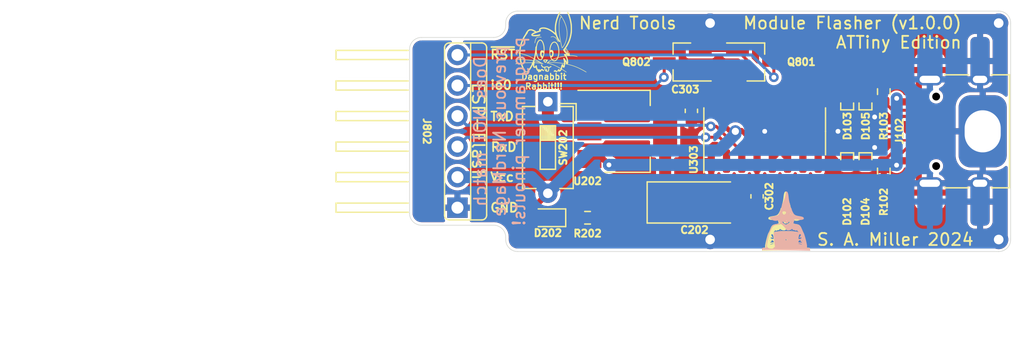
<source format=kicad_pcb>
(kicad_pcb (version 20211014) (generator pcbnew)
  (title_block (title "Nerd Tools") (date "2024") (rev "1.0.0") (company "S. A. Miller") (comment 1 "Module Flasher") (comment 2 "ATTiny Edition"))
  (layers (0 "F.Cu" signal) (31 "B.Cu" signal) (34 "B.Paste" user) (35 "F.Paste" user) (36 "B.SilkS" user "B.Silkscreen") (37 "F.SilkS" user "F.Silkscreen") (38 "B.Mask" user) (39 "F.Mask" user) (44 "Edge.Cuts" user))
  (net 0 "")
  (net 1 "GND")
  (net 2 "UD-")
  (net 3 "UD+")
  (net 4 "CC1")
  (net 5 "CC2")
  (net 6 "Vbus")
  (net 7 "RxD")
  (net 8 "TxD")
  (net 9 "CTS")
  (net 10 "DSR")
  (net 11 "RI")
  (net 12 "DCD")
  (net 13 "I2C-Vcc")
  (net 14 "DTR")
  (net 15 "RTS")
  (net 16 "Net-(C202-Pad1)")
  (net 17 "Net-(D202-Pad1)")
  (net 23 "io0")
  (net 24 "~{RESET}")
  (footprint "Resistor_SMD:R_0603_1608Metric" (layer "F.Cu") (at 139.446 96.698 90)
    (fp_text reference "R103" (at -2.87 0 90) (layer "F.SilkS") (effects (font (size 0.6 0.6))))
    (fp_text value "5k1")
    (pad "1" smd roundrect (at -0.825 0 90) (size 0.8 0.95) (layers "F.Cu" "F.Paste" "F.Mask") (net 5 "CC2"))
    (pad "2" smd roundrect (at 0.825 0 90) (size 0.8 0.95) (layers "F.Cu" "F.Paste" "F.Mask") (net 1 "GND"))
  )
  (footprint "Resistor_SMD:R_0603_1608Metric" (layer "F.Cu") (at 139.446 103.302 -90)
    (fp_text reference "R102" (at 2.572 0 90) (layer "F.SilkS") (effects (font (size 0.6 0.6))))
    (fp_text value "5k1")
    (pad "1" smd roundrect (at -0.825 0 270) (size 0.8 0.95) (layers "F.Cu" "F.Paste" "F.Mask") (net 4 "CC1"))
    (pad "2" smd roundrect (at 0.825 0 270) (size 0.8 0.95) (layers "F.Cu" "F.Paste" "F.Mask") (net 1 "GND"))
  )
  (footprint "tinker:PinHeader_1x06_P2.54mm_Horizontal" (layer "F.Cu") (at 103.986 106.35 180)
    (fp_text reference "J802" (at 2.54 6.35 270 unlocked) (layer "F.SilkS") (effects (font (size 0.6 0.6))))
    (fp_text value "Conn_01x06" hide)
    (pad "1" thru_hole rect (at 0 0 180) (size 1.7 1.7) (drill 1) (layers *.Cu *.Mask) (net 1 "GND"))
    (pad "2" thru_hole oval (at 0 2.54 180) (size 1.7 1.7) (drill 1) (layers *.Cu *.Mask) (net 13 "I2C-Vcc"))
    (pad "3" thru_hole oval (at 0 5.08 180) (size 1.7 1.7) (drill 1) (layers *.Cu *.Mask) (net 7 "RxD"))
    (pad "4" thru_hole oval (at 0 7.62 180) (size 1.7 1.7) (drill 1) (layers *.Cu *.Mask) (net 8 "TxD"))
    (pad "5" thru_hole oval (at 0 10.16 180) (size 1.7 1.7) (drill 1) (layers *.Cu *.Mask) (net 23 "io0"))
    (pad "6" thru_hole oval (at 0 12.7 180) (size 1.7 1.7) (drill 1) (layers *.Cu *.Mask) (net 24 "~{RESET}"))
  )
  (footprint "LED_SMD:LED_0603_1608Metric" (layer "F.Cu") (at 111.506 107.188 180)
    (fp_text reference "D202" (at 0 -1.27) (layer "F.SilkS") (effects (font (size 0.6 0.6))))
    (fp_text value "LED")
    (pad "1" smd roundrect (at -0.7875 0 180) (size 0.875 0.95) (layers "F.Cu" "F.Paste" "F.Mask") (net 17 "Net-(D202-Pad1)"))
    (pad "2" smd roundrect (at 0.7875 0 180) (size 0.875 0.95) (layers "F.Cu" "F.Paste" "F.Mask") (net 13 "I2C-Vcc"))
  )
  (footprint "Capacitor_SMD:C_0603_1608Metric" (layer "F.Cu") (at 128.905 105.41 -90)
    (fp_text reference "C302" (at 0 -1.016 90) (layer "F.SilkS") (effects (font (size 0.6 0.6))))
    (fp_text value "10nf")
    (pad "1" smd roundrect (at -0.775 0 270) (size 0.9 0.95) (layers "F.Cu" "F.Paste" "F.Mask") (net 13 "I2C-Vcc"))
    (pad "2" smd roundrect (at 0.775 0 270) (size 0.9 0.95) (layers "F.Cu" "F.Paste" "F.Mask") (net 1 "GND"))
  )
  (footprint "Package_TO_SOT_SMD:SOT-23_Handsoldering" (layer "F.Cu") (at 128.778 94.234)
    (fp_text reference "Q801" (at 3.81 0) (layer "F.SilkS") (effects (font (size 0.6 0.6))))
    (fp_text value "MMBT3904")
    (pad "1" smd rect (at -1.5 -0.95) (size 1.9 0.8) (layers "F.Cu" "F.Paste" "F.Mask") (net 14 "DTR"))
    (pad "2" smd rect (at -1.5 0.95) (size 1.9 0.8) (layers "F.Cu" "F.Paste" "F.Mask") (net 15 "RTS"))
    (pad "3" smd rect (at 1.5 0) (size 1.9 0.8) (layers "F.Cu" "F.Paste" "F.Mask") (net 24 "~{RESET}"))
  )
  (footprint "tinker:USB_C_Receptacle_HRO_TYPE-C-31-M-12" (layer "F.Cu") (at 146.4 100 90)
    (fp_text reference "J102" (at 0 -5.645 90) (layer "F.SilkS") (effects (font (size 0.6 0.6))))
    (fp_text value "USB_C_Receptacle" hide)
    (pad "" np_thru_hole circle (at 2.89 -2.6 90) (size 0.65 0.65) (drill 0.65) (layers *.Mask))
    (pad "" np_thru_hole circle (at -2.89 -2.6 90) (size 0.65 0.65) (drill 0.65) (layers *.Mask))
    (pad "A1" smd rect (at -3.25 -4.045 90) (size 0.6 1.45) (layers "F.Cu" "F.Paste" "F.Mask") (net 1 "GND"))
    (pad "A4" smd rect (at -2.45 -4.045 90) (size 0.6 1.45) (layers "F.Cu" "F.Paste" "F.Mask") (net 6 "Vbus"))
    (pad "A5" smd rect (at -1.25 -4.045 90) (size 0.3 1.45) (layers "F.Cu" "F.Paste" "F.Mask") (net 4 "CC1"))
    (pad "A6" smd rect (at -0.25 -4.045 90) (size 0.3 1.45) (layers "F.Cu" "F.Paste" "F.Mask") (net 3 "UD+"))
    (pad "A7" smd rect (at 0.25 -4.045 90) (size 0.3 1.45) (layers "F.Cu" "F.Paste" "F.Mask") (net 2 "UD-"))
    (pad "A8" smd rect (at 1.25 -4.045 90) (size 0.3 1.45) (layers "F.Cu" "F.Paste" "F.Mask"))
    (pad "A9" smd rect (at 2.45 -4.045 90) (size 0.6 1.45) (layers "F.Cu" "F.Paste" "F.Mask") (net 6 "Vbus"))
    (pad "A12" smd rect (at 3.25 -4.045 90) (size 0.6 1.45) (layers "F.Cu" "F.Paste" "F.Mask") (net 1 "GND"))
    (pad "B1" smd rect (at 3.25 -4.045 90) (size 0.6 1.45) (layers "F.Cu" "F.Paste" "F.Mask") (net 1 "GND"))
    (pad "B4" smd rect (at 2.45 -4.045 90) (size 0.6 1.45) (layers "F.Cu" "F.Paste" "F.Mask") (net 6 "Vbus"))
    (pad "B5" smd rect (at 1.75 -4.045 90) (size 0.3 1.45) (layers "F.Cu" "F.Paste" "F.Mask") (net 5 "CC2"))
    (pad "B6" smd rect (at 0.75 -4.045 90) (size 0.3 1.45) (layers "F.Cu" "F.Paste" "F.Mask") (net 3 "UD+"))
    (pad "B7" smd rect (at -0.75 -4.045 90) (size 0.3 1.45) (layers "F.Cu" "F.Paste" "F.Mask") (net 2 "UD-"))
    (pad "B8" smd rect (at -1.75 -4.045 90) (size 0.3 1.45) (layers "F.Cu" "F.Paste" "F.Mask"))
    (pad "B9" smd rect (at -2.45 -4.045 90) (size 0.6 1.45) (layers "F.Cu" "F.Paste" "F.Mask") (net 6 "Vbus"))
    (pad "B12" smd rect (at -3.25 -4.045 90) (size 0.6 1.45) (layers "F.Cu" "F.Paste" "F.Mask") (net 1 "GND"))
    (pad "S1" smd roundrect (at -5.846965 -3.118205 90) (size 4 2.1) (layers "B.Cu" "B.Paste" "B.Mask") (net 1 "GND"))
    (pad "S1" thru_hole oval (at -4.32 -3.13 90) (size 1 2.1) (drill oval 0.6 1.7) (layers *.Cu *.Mask) (net 1 "GND"))
    (pad "S1" smd roundrect (at 5.846965 -3.118205 90) (size 4 2.1) (layers "B.Cu" "B.Paste" "B.Mask") (net 1 "GND"))
    (pad "S1" smd roundrect (at -5.096965 -3.118205 90) (size 2.5 2.1) (layers "F.Cu" "F.Paste" "F.Mask") (net 1 "GND"))
    (pad "S1" thru_hole oval (at 4.32 1.05 90) (size 1 1.6) (drill oval 0.6 1.2) (layers *.Cu *.Mask) (net 1 "GND"))
    (pad "S1" smd roundrect (at 5.846965 1.05 90) (size 4 1.6) (layers "F.Cu" "F.Paste" "F.Mask") (net 1 "GND"))
    (pad "S1" thru_hole roundrect (at 0 1.27 270) (size 6 4) (drill oval 3.5 3) (layers *.Cu *.Mask) (net 1 "GND"))
    (pad "S1" thru_hole oval (at -4.32 1.05 90) (size 1 1.6) (drill oval 0.6 1.2) (layers *.Cu *.Mask) (net 1 "GND"))
    (pad "S1" smd roundrect (at 5.846965 1.05 90) (size 4 1.6) (layers "B.Cu" "B.Paste" "B.Mask") (net 1 "GND"))
    (pad "S1" smd roundrect (at -5.846965 1.05 90) (size 4 1.6) (layers "F.Cu" "F.Paste" "F.Mask") (net 1 "GND"))
    (pad "S1" smd roundrect (at -5.846965 1.05 90) (size 4 1.6) (layers "B.Cu" "B.Paste" "B.Mask") (net 1 "GND"))
    (pad "S1" smd roundrect (at 5.096965 -3.118205 90) (size 2.5 2.1) (layers "F.Cu" "F.Paste" "F.Mask") (net 1 "GND"))
    (pad "S1" thru_hole oval (at 4.32 -3.13 90) (size 1 2.1) (drill oval 0.6 1.7) (layers *.Cu *.Mask) (net 1 "GND"))
  )
  (footprint "tinker:NerdMage" (layer "F.Cu") (at 131.318 107.4)
    (fp_text reference "G***" hide)
    (fp_text value "LOGO" hide)
  )
  (footprint "Capacitor_SMD:C_0603_1608Metric" (layer "F.Cu") (at 123.444 98.298 -90)
    (fp_text reference "C303" (at -1.778 0.508 180) (layer "F.SilkS") (effects (font (size 0.6 0.6))))
    (fp_text value "100nf")
    (pad "1" smd roundrect (at -0.775 0 270) (size 0.9 0.95) (layers "F.Cu" "F.Paste" "F.Mask") (net 13 "I2C-Vcc"))
    (pad "2" smd roundrect (at 0.775 0 270) (size 0.9 0.95) (layers "F.Cu" "F.Paste" "F.Mask") (net 1 "GND"))
  )
  (footprint "tinker:PGB1010603NRHF" (layer "F.Cu") (at 137.922 103.556 -90)
    (fp_text reference "D104" (at 3.124 0 90) (layer "F.SilkS") (effects (font (size 0.6 0.6))))
    (fp_text value "PGB1010603NR" hide)
    (pad "1" smd roundrect (at -1.06 0 270) (size 1.275 0.95) (layers "F.Cu" "F.Paste" "F.Mask") (net 4 "CC1"))
    (pad "2" smd roundrect (at 1.06 0 270) (size 1.275 0.95) (layers "F.Cu" "F.Paste" "F.Mask") (net 1 "GND"))
  )
  (footprint "tinker:DagNabbit" (layer "F.Cu") (at 111.506 93.218)
    (fp_text reference "REF**" hide)
    (fp_text value "DagNabbit" hide)
    (fp_text user "Dagnabbit\nRabbit!!!" (at -0.331667 2.64 unlocked) (layer "F.SilkS") (effects (font (size 0.5 0.5) (thickness 0.1))))
  )
  (footprint "tinker:PGB1010603NRHF" (layer "F.Cu") (at 137.922 96.444 90)
    (fp_text reference "D105" (at -3.124 0.022 90) (layer "F.SilkS") (effects (font (size 0.6 0.6))))
    (fp_text value "PGB1010603NR" hide)
    (pad "1" smd roundrect (at -1.06 0 90) (size 1.275 0.95) (layers "F.Cu" "F.Paste" "F.Mask") (net 5 "CC2"))
    (pad "2" smd roundrect (at 1.06 0 90) (size 1.275 0.95) (layers "F.Cu" "F.Paste" "F.Mask") (net 1 "GND"))
  )
  (footprint "Capacitor_Tantalum_SMD:CP_EIA-6032-28_Kemet-C_Pad2.25x2.35mm_HandSolder" (layer "F.Cu") (at 123.698 105.918)
    (fp_text reference "C202" (at 0 2.286) (layer "F.SilkS") (effects (font (size 0.6 0.6))))
    (fp_text value "22uf")
    (pad "1" smd roundrect (at -2.55 0) (size 2.25 2.35) (layers "F.Cu" "F.Paste" "F.Mask") (roundrect_rratio 0.1111111111) (net 16 "Net-(C202-Pad1)"))
    (pad "2" smd roundrect (at 2.55 0) (size 2.25 2.35) (layers "F.Cu" "F.Paste" "F.Mask") (roundrect_rratio 0.1111111111) (net 1 "GND"))
  )
  (footprint "tinker:PGB1010603NRHF" (layer "F.Cu") (at 136.398 96.444 90)
    (fp_text reference "D103" (at -3.124 0.022 90) (layer "F.SilkS") (effects (font (size 0.6 0.6))))
    (fp_text value "PGB1010603NR" hide)
    (pad "1" smd roundrect (at -1.06 0 90) (size 1.275 0.95) (layers "F.Cu" "F.Paste" "F.Mask") (net 3 "UD+"))
    (pad "2" smd roundrect (at 1.06 0 90) (size 1.275 0.95) (layers "F.Cu" "F.Paste" "F.Mask") (net 1 "GND"))
  )
  (footprint "Package_TO_SOT_SMD:SOT-23_Handsoldering" (layer "F.Cu") (at 122.682 94.234 180)
    (fp_text reference "Q802" (at 3.81 0) (layer "F.SilkS") (effects (font (size 0.6 0.6))))
    (fp_text value "MMBT3904")
    (pad "1" smd rect (at -1.5 -0.95 180) (size 1.9 0.8) (layers "F.Cu" "F.Paste" "F.Mask") (net 15 "RTS"))
    (pad "2" smd rect (at -1.5 0.95 180) (size 1.9 0.8) (layers "F.Cu" "F.Paste" "F.Mask") (net 14 "DTR"))
    (pad "3" smd rect (at 1.5 0 180) (size 1.9 0.8) (layers "F.Cu" "F.Paste" "F.Mask") (net 23 "io0"))
  )
  (footprint "Package_SO:SOIC-16_3.9x9.9mm_P1.27mm" (layer "F.Cu") (at 129.54 100 90)
    (fp_text reference "U303" (at -2.362 -5.9 90) (layer "F.SilkS") (effects (font (size 0.6 0.6))))
    (fp_text value "CH340C")
    (pad "1" smd roundrect (at -2.475 -4.445 90) (size 1.95 0.6) (layers "F.Cu" "F.Paste" "F.Mask") (net 1 "GND"))
    (pad "2" smd roundrect (at -2.475 -3.175 90) (size 1.95 0.6) (layers "F.Cu" "F.Paste" "F.Mask") (net 7 "RxD"))
    (pad "3" smd roundrect (at -2.475 -1.905 90) (size 1.95 0.6) (layers "F.Cu" "F.Paste" "F.Mask") (net 8 "TxD"))
    (pad "4" smd roundrect (at -2.475 -0.635 90) (size 1.95 0.6) (layers "F.Cu" "F.Paste" "F.Mask") (net 13 "I2C-Vcc"))
    (pad "5" smd roundrect (at -2.475 0.635 90) (size 1.95 0.6) (layers "F.Cu" "F.Paste" "F.Mask") (net 3 "UD+"))
    (pad "6" smd roundrect (at -2.475 1.905 90) (size 1.95 0.6) (layers "F.Cu" "F.Paste" "F.Mask") (net 2 "UD-"))
    (pad "7" smd roundrect (at -2.475 3.175 90) (size 1.95 0.6) (layers "F.Cu" "F.Paste" "F.Mask"))
    (pad "8" smd roundrect (at -2.475 4.445 90) (size 1.95 0.6) (layers "F.Cu" "F.Paste" "F.Mask"))
    (pad "9" smd roundrect (at 2.475 4.445 90) (size 1.95 0.6) (layers "F.Cu" "F.Paste" "F.Mask") (net 9 "CTS"))
    (pad "10" smd roundrect (at 2.475 3.175 90) (size 1.95 0.6) (layers "F.Cu" "F.Paste" "F.Mask") (net 10 "DSR"))
    (pad "11" smd roundrect (at 2.475 1.905 90) (size 1.95 0.6) (layers "F.Cu" "F.Paste" "F.Mask") (net 11 "RI"))
    (pad "12" smd roundrect (at 2.475 0.635 90) (size 1.95 0.6) (layers "F.Cu" "F.Paste" "F.Mask") (net 12 "DCD"))
    (pad "13" smd roundrect (at 2.475 -0.635 90) (size 1.95 0.6) (layers "F.Cu" "F.Paste" "F.Mask") (net 14 "DTR"))
    (pad "14" smd roundrect (at 2.475 -1.905 90) (size 1.95 0.6) (layers "F.Cu" "F.Paste" "F.Mask") (net 15 "RTS"))
    (pad "15" smd roundrect (at 2.475 -3.175 90) (size 1.95 0.6) (layers "F.Cu" "F.Paste" "F.Mask"))
    (pad "16" smd roundrect (at 2.475 -4.445 90) (size 1.95 0.6) (layers "F.Cu" "F.Paste" "F.Mask") (net 13 "I2C-Vcc"))
  )
  (footprint "tinker:PGB1010603NRHF" (layer "F.Cu") (at 136.398 103.556 -90)
    (fp_text reference "D102" (at 3.124 0 90) (layer "F.SilkS") (effects (font (size 0.6 0.6))))
    (fp_text value "PGB1010603NR" hide)
    (pad "1" smd roundrect (at -1.06 0 270) (size 1.275 0.95) (layers "F.Cu" "F.Paste" "F.Mask") (net 2 "UD-"))
    (pad "2" smd roundrect (at 1.06 0 270) (size 1.275 0.95) (layers "F.Cu" "F.Paste" "F.Mask") (net 1 "GND"))
  )
  (footprint "Resistor_SMD:R_0603_1608Metric" (layer "F.Cu") (at 114.808 107.188)
    (fp_text reference "R202" (at 0 1.31) (layer "F.SilkS") (effects (font (size 0.6 0.6))))
    (fp_text value "2k2")
    (pad "1" smd roundrect (at -0.825 0) (size 0.8 0.95) (layers "F.Cu" "F.Paste" "F.Mask") (net 17 "Net-(D202-Pad1)"))
    (pad "2" smd roundrect (at 0.825 0) (size 0.8 0.95) (layers "F.Cu" "F.Paste" "F.Mask") (net 1 "GND"))
  )
  (footprint "tinker:SW_DIP_SPSTx01_Slide_6.7x4.1mm_W7.62mm_P2.54mm_LowProfile" (layer "F.Cu") (at 111.506 101.346 -90)
    (fp_text reference "SW202" (at 0 -1.27 90) (layer "F.SilkS") (effects (font (size 0.6 0.6))))
    (fp_text value "SW_DIP_x01")
    (pad "1" thru_hole rect (at -3.81 0 270) (size 1.6 1.6) (drill 0.8) (layers *.Cu *.Mask) (net 16 "Net-(C202-Pad1)"))
    (pad "2" thru_hole oval (at 3.81 0 270) (size 1.6 1.6) (drill 0.8) (layers *.Cu *.Mask) (net 13 "I2C-Vcc"))
  )
  (footprint "Package_TO_SOT_SMD:SOT-223-3_TabPin2" (layer "F.Cu") (at 118.11 100)
    (fp_text reference "U202" (at -3.302 4.14) (layer "F.SilkS") (effects (font (size 0.6 0.6))))
    (fp_text value "AMS1117-3.3")
    (pad "1" smd rect (at -3.15 -2.3) (size 2 1.5) (layers "F.Cu" "F.Paste" "F.Mask") (net 1 "GND"))
    (pad "2" smd rect (at 3.15 0) (size 2 3.8) (layers "F.Cu" "F.Paste" "F.Mask") (net 16 "Net-(C202-Pad1)"))
    (pad "2" smd rect (at -3.15 0) (size 2 1.5) (layers "F.Cu" "F.Paste" "F.Mask") (net 16 "Net-(C202-Pad1)"))
    (pad "3" smd rect (at -3.15 2.3) (size 2 1.5) (layers "F.Cu" "F.Paste" "F.Mask") (net 6 "Vbus"))
  )
  (footprint "tinker:NerdMage" (layer "B.Cu") (at 131.318 107.4 180)
    (fp_text reference "G***" hide)
    (fp_text value "LOGO" hide)
  )
  (gr_line (start 106.014002 92.65) (end 105.084001 92.65) (layer "F.SilkS") (width 0.12))
  (gr_line (start 106.414 106.969999) (end 106.414 93.05) (layer "F.SilkS") (width 0.12))
  (gr_line (start 102.914001 93.05) (end 102.914 106.97) (layer "F.SilkS") (width 0.12))
  (gr_line (start 105.084001 92.65) (end 103.313999 92.65) (layer "F.SilkS") (width 0.12))
  (gr_arc (start 106.414 106.969999) (mid 106.296843 107.252842) (end 106.014001 107.370001) (layer "F.SilkS") (width 0.12))
  (gr_line (start 103.314 107.370001) (end 105.084001 107.37) (layer "F.SilkS") (width 0.12))
  (gr_arc (start 106.014002 92.65) (mid 106.296843 92.767158) (end 106.414 93.05) (layer "F.SilkS") (width 0.12))
  (gr_arc (start 102.914001 93.05) (mid 103.031158 92.767158) (end 103.313999 92.65) (layer "F.SilkS") (width 0.12))
  (gr_arc (start 103.314 107.370001) (mid 103.031157 107.252843) (end 102.914 106.97) (layer "F.SilkS") (width 0.12))
  (gr_line (start 105.084001 107.37) (end 105.084001 92.65) (layer "F.SilkS") (width 0.12))
  (gr_line (start 105.084001 107.37) (end 106.014001 107.370001) (layer "F.SilkS") (width 0.12))
  (gr_line (start 101 107.81) (end 107 107.81) (layer "Edge.Cuts") (width 0.05))
  (gr_arc (start 149 90) (mid 149.707107 90.292893) (end 150 91) (layer "Edge.Cuts") (width 0.05))
  (gr_arc (start 100 93.19) (mid 100.292893 92.482893) (end 101 92.19) (layer "Edge.Cuts") (width 0.05))
  (gr_line (start 101 92.19) (end 107 92.19) (layer "Edge.Cuts") (width 0.05))
  (gr_arc (start 108 91.19) (mid 107.707107 91.897107) (end 107 92.19) (layer "Edge.Cuts") (width 0.05))
  (gr_line (start 100 106.81) (end 100 93.19) (layer "Edge.Cuts") (width 0.05))
  (gr_line (start 109 90) (end 149 90) (layer "Edge.Cuts") (width 0.05))
  (gr_arc (start 109 110) (mid 108.292893 109.707107) (end 108 109) (layer "Edge.Cuts") (width 0.05))
  (gr_arc (start 150 109) (mid 149.707107 109.707107) (end 149 110) (layer "Edge.Cuts") (width 0.05))
  (gr_line (start 150 109) (end 150 91) (layer "Edge.Cuts") (width 0.05))
  (gr_arc (start 101 107.81) (mid 100.292893 107.517107) (end 100 106.81) (layer "Edge.Cuts") (width 0.05))
  (gr_line (start 108 91.19) (end 108 91) (layer "Edge.Cuts") (width 0.05))
  (gr_arc (start 107 107.81) (mid 107.707107 108.102893) (end 108 108.81) (layer "Edge.Cuts") (width 0.05))
  (gr_line (start 108 108.81) (end 108 109) (layer "Edge.Cuts") (width 0.05))
  (gr_arc (start 108 91) (mid 108.292893 90.292893) (end 109 90) (layer "Edge.Cuts") (width 0.05))
  (gr_line (start 149 110) (end 109 110) (layer "Edge.Cuts") (width 0.05))
  (gr_text "Does NOT match\nprevious NerdMage\nprogrammer pinouts!" (at 107.5 100 90) (layer "B.SilkS") (effects (font (size 1 1)) (justify mirror)))
  (gr_text "${TITLE}" (at 114 91) (layer "F.SilkS") (effects (font (size 1 1)) (justify left)))
  (gr_text "${COMMENT1} (v${REVISION})\n${COMMENT2}" (at 146 91.8) (layer "F.SilkS") (effects (font (size 1 1)) (justify right)))
  (gr_text "GND" (at 106.640001 106.35) (layer "F.SilkS") (effects (font (size 0.75 0.75)) (justify left)))
  (gr_text "TxD" (at 106.64 98.77) (layer "F.SilkS") (effects (font (size 0.75 0.75)) (justify left)))
  (gr_text "~{RST}" (at 106.64 93.61) (layer "F.SilkS") (effects (font (size 0.75 0.75)) (justify left)))
  (gr_text "ESP-Flash" (at 105.714002 100 270) (layer "F.SilkS") (effects (font (size 1 1))))
  (gr_text "Vcc" (at 106.64 103.81) (layer "F.SilkS") (effects (font (size 0.75 0.75)) (justify left)))
  (gr_text "io0" (at 106.64 96.15) (layer "F.SilkS") (effects (font (size 0.75 0.75)) (justify left)))
  (gr_text "RxD" (at 106.68 101.31) (layer "F.SilkS") (effects (font (size 0.75 0.75)) (justify left)))
  (gr_text "${COMPANY} ${ISSUE_DATE}" (at 147 109) (layer "F.SilkS") (effects (font (size 1 1)) (justify right)))
  (segment (start 142.355 96.75) (end 142.355 95.82983) (width 0.5) (layer "F.Cu") (net 1))
  (segment (start 142.355 95.82983) (end 143.281795 94.903035) (width 0.5) (layer "F.Cu") (net 1))
  (segment (start 142.355 104.17017) (end 143.281795 105.096965) (width 0.5) (layer "F.Cu") (net 1))
  (segment (start 142.355 103.25) (end 142.355 104.17017) (width 0.5) (layer "F.Cu") (net 1))
  (via (at 129.54 100) (size 0.6) (drill 0.4) (layers "F.Cu" "B.Cu") (net 1))
  (via (at 135.636 100) (size 0.6) (drill 0.4) (layers "F.Cu" "B.Cu") (net 1))
  (via (at 149 109) (size 1.6) (drill 0.8) (layers "F.Cu" "B.Cu") (net 1))
  (via (at 149 91) (size 1.6) (drill 0.8) (layers "F.Cu" "B.Cu") (net 1))
  (via (at 125 91) (size 1.6) (drill 0.8) (layers "F.Cu" "B.Cu") (net 1))
  (via (at 138.684 98.806) (size 0.6) (drill 0.4) (layers "F.Cu" "B.Cu") (net 1))
  (via (at 125 109) (size 1.6) (drill 0.8) (layers "F.Cu" "B.Cu") (net 1))
  (via (at 138.684 101.346) (size 0.6) (drill 0.4) (layers "F.Cu" "B.Cu") (net 1))
  (segment (start 131.665199 100.225001) (end 131.035001 100.855199) (width 0.2) (layer "F.Cu") (net 2))
  (segment (start 143.764 100.508) (end 143.764 100.008) (width 0.2) (layer "F.Cu") (net 2))
  (segment (start 140.433 100.225) (end 140.958 100.75) (width 0.2) (layer "F.Cu") (net 2))
  (segment (start 143.506 99.75) (end 142.513 99.75) (width 0.2) (layer "F.Cu") (net 2))
  (segment (start 140.958 100.75) (end 143.522 100.75) (width 0.2) (layer "F.Cu") (net 2))
  (segment (start 134.127001 100.225001) (end 131.665199 100.225001) (width 0.2) (layer "F.Cu") (net 2))
  (segment (start 143.764 100.008) (end 143.506 99.75) (width 0.2) (layer "F.Cu") (net 2))
  (segment (start 138.668999 100.225001) (end 140.433 100.225) (width 0.2) (layer "F.Cu") (net 2))
  (segment (start 131.035001 102.065001) (end 131.445 102.475) (width 0.2) (layer "F.Cu") (net 2))
  (segment (start 131.035001 100.855199) (end 131.035001 102.065001) (width 0.2) (layer "F.Cu") (net 2))
  (segment (start 143.522 100.75) (end 143.764 100.508) (width 0.2) (layer "F.Cu") (net 2))
  (segment (start 136.398 102.496) (end 134.127001 100.225001) (width 0.2) (layer "F.Cu") (net 2))
  (segment (start 136.398 102.496) (end 138.668999 100.225001) (width 0.2) (layer "F.Cu") (net 2))
  (segment (start 142.355 99.25) (end 140.982 99.25) (width 0.2) (layer "F.Cu") (net 3))
  (segment (start 141.45 100.25) (end 141.212 100.012) (width 0.2) (layer "F.Cu") (net 3))
  (segment (start 141.212 99.25) (end 140.982 99.25) (width 0.2) (layer "F.Cu") (net 3))
  (segment (start 134.127001 99.774999) (end 131.478801 99.774999) (width 0.2) (layer "F.Cu") (net 3))
  (segment (start 141.212 100.012) (end 141.212 99.25) (width 0.2) (layer "F.Cu") (net 3))
  (segment (start 131.478801 99.774999) (end 130.584999 100.668801) (width 0.2) (layer "F.Cu") (net 3))
  (segment (start 130.584999 102.065001) (end 130.175 102.475) (width 0.2) (layer "F.Cu") (net 3))
  (segment (start 140.457 99.775) (end 140.982 99.25) (width 0.2) (layer "F.Cu") (net 3))
  (segment (start 130.584999 100.668801) (end 130.584999 102.065001) (width 0.2) (layer "F.Cu") (net 3))
  (segment (start 136.398 97.504) (end 138.668999 99.774999) (width 0.2) (layer "F.Cu") (net 3))
  (segment (start 138.668999 99.774999) (end 140.457 99.775) (width 0.2) (layer "F.Cu") (net 3))
  (segment (start 142.355 100.25) (end 141.45 100.25) (width 0.2) (layer "F.Cu") (net 3))
  (segment (start 136.398 97.504) (end 134.127001 99.774999) (width 0.2) (layer "F.Cu") (net 3))
  (segment (start 137.941 102.477) (end 137.922 102.496) (width 0.25) (layer "F.Cu") (net 4))
  (segment (start 141.498 101.25) (end 141.0015 101.7465) (width 0.25) (layer "F.Cu") (net 4))
  (segment (start 142.355 101.25) (end 141.498 101.25) (width 0.25) (layer "F.Cu") (net 4))
  (segment (start 141.0015 101.7465) (end 140.1765 101.7465) (width 0.25) (layer "F.Cu") (net 4))
  (segment (start 140.1765 101.7465) (end 139.446 102.477) (width 0.25) (layer "F.Cu") (net 4))
  (segment (start 139.446 102.477) (end 137.941 102.477) (width 0.25) (layer "F.Cu") (net 4))
  (segment (start 139.446 97.523) (end 140.173 98.25) (width 0.25) (layer "F.Cu") (net 5))
  (segment (start 140.173 98.25) (end 142.355 98.25) (width 0.25) (layer "F.Cu") (net 5))
  (segment (start 139.446 97.523) (end 139.427 97.504) (width 0.25) (layer "F.Cu") (net 5))
  (segment (start 139.427 97.504) (end 137.922 97.504) (width 0.25) (layer "F.Cu") (net 5))
  (segment (start 116.092 102.3) (end 114.96 102.3) (width 0.5) (layer "F.Cu") (net 6))
  (segment (start 140.811754 97.55) (end 142.355 97.55) (width 0.6) (layer "F.Cu") (net 6))
  (segment (start 140.508406 102.815536) (end 140.873942 102.45) (width 0.6) (layer "F.Cu") (net 6))
  (segment (start 140.873942 102.45) (end 142.355 102.45) (width 0.6) (layer "F.Cu") (net 6))
  (segment (start 116.586 102.794) (end 116.092 102.3) (width 0.5) (layer "F.Cu") (net 6))
  (segment (start 140.517682 97.255928) (end 140.811754 97.55) (width 0.6) (layer "F.Cu") (net 6))
  (via (at 140.508406 102.815536) (size 0.8) (drill 0.4) (layers "F.Cu" "B.Cu") (net 6))
  (via (at 116.586 102.794) (size 1) (drill 0.4) (layers "F.Cu" "B.Cu") (net 6))
  (via (at 140.517682 97.255928) (size 0.8) (drill 0.4) (layers "F.Cu" "B.Cu") (net 6))
  (segment (start 140.48687 102.794) (end 116.586 102.794) (width 1) (layer "B.Cu") (net 6))
  (segment (start 140.508406 102.815536) (end 140.48687 102.794) (width 1) (layer "B.Cu") (net 6))
  (segment (start 140.517682 102.80626) (end 140.508406 102.815536) (width 0.6) (layer "B.Cu") (net 6))
  (segment (start 140.517682 97.255928) (end 140.517682 102.80626) (width 1) (layer "B.Cu") (net 6))
  (segment (start 125.781353 100.4945) (end 126.365 101.078147) (width 0.25) (layer "F.Cu") (net 7))
  (segment (start 124.6245 100.4945) (end 125.781353 100.4945) (width 0.25) (layer "F.Cu") (net 7))
  (segment (start 126.365 101.078147) (end 126.365 102.475) (width 0.25) (layer "F.Cu") (net 7))
  (via (at 124.6245 100.4945) (size 0.8) (drill 0.4) (layers "F.Cu" "B.Cu") (net 7))
  (segment (start 104.7615 100.4945) (end 103.986 101.27) (width 0.25) (layer "B.Cu") (net 7))
  (segment (start 124.6245 100.4945) (end 104.7615 100.4945) (width 0.25) (layer "B.Cu") (net 7))
  (segment (start 125.514613 99.591364) (end 127.635 101.711751) (width 0.25) (layer "F.Cu") (net 8))
  (segment (start 125.052695 99.591364) (end 125.514613 99.591364) (width 0.25) (layer "F.Cu") (net 8))
  (segment (start 127.635 101.711751) (end 127.635 102.475) (width 0.25) (layer "F.Cu") (net 8))
  (via (at 125.052695 99.591364) (size 0.8) (drill 0.4) (layers "F.Cu" "B.Cu") (net 8))
  (segment (start 124.956328 99.494997) (end 104.750997 99.494997) (width 0.25) (layer "B.Cu") (net 8))
  (segment (start 125.052695 99.591364) (end 124.956328 99.494997) (width 0.25) (layer "B.Cu") (net 8))
  (segment (start 104.750997 99.494997) (end 103.986 98.73) (width 0.25) (layer "B.Cu") (net 8))
  (segment (start 127.006635 99.917365) (end 127.603365 99.917365) (width 0.4) (layer "F.Cu") (net 13))
  (segment (start 127.006635 99.917365) (end 126.583076 99.917365) (width 0.4) (layer "F.Cu") (net 13))
  (segment (start 128.905 102.475) (end 128.905 104.483) (width 0.4) (layer "F.Cu") (net 13))
  (segment (start 125.095 97.525) (end 123.468 97.525) (width 0.4) (layer "F.Cu") (net 13))
  (segment (start 110.7185 107.188) (end 110.7185 105.9435) (width 0.5) (layer "F.Cu") (net 13))
  (segment (start 128.905 102.475) (end 128.905 101.219) (width 0.4) (layer "F.Cu") (net 13))
  (segment (start 110.7185 105.9435) (end 111.506 105.156) (width 0.5) (layer "F.Cu") (net 13))
  (segment (start 125.095 98.429289) (end 125.095 97.525) (width 0.4) (layer "F.Cu") (net 13))
  (segment (start 128.905 101.219) (end 127.603365 99.917365) (width 0.4) (layer "F.Cu") (net 13))
  (segment (start 126.583076 99.917365) (end 125.095 98.429289) (width 0.4) (layer "F.Cu") (net 13))
  (via (at 127.1 100) (size 1) (drill 0.6) (layers "F.Cu" "B.Cu") (net 13))
  (segment (start 127.1 100) (end 127.1 100.23) (width 1) (layer "B.Cu") (net 13))
  (segment (start 127.1 100.23) (end 125.736 101.594) (width 1) (layer "B.Cu") (net 13))
  (segment (start 115.068 101.594) (end 111.506 105.156) (width 1) (layer "B.Cu") (net 13))
  (segment (start 110.16 103.81) (end 103.986 103.81) (width 1) (layer "B.Cu") (net 13))
  (segment (start 111.506 105.156) (end 110.16 103.81) (width 1) (layer "B.Cu") (net 13))
  (segment (start 125.736 101.594) (end 115.068 101.594) (width 1) (layer "B.Cu") (net 13))
  (segment (start 128.905 94.911) (end 127.278 93.284) (width 0.25) (layer "F.Cu") (net 14))
  (segment (start 128.905 97.525) (end 128.905 94.911) (width 0.25) (layer "F.Cu") (net 14))
  (segment (start 127.278 93.284) (end 124.182 93.284) (width 0.25) (layer "F.Cu") (net 14))
  (segment (start 127.635 97.525) (end 127.635 95.541) (width 0.25) (layer "F.Cu") (net 15))
  (segment (start 127.635 95.541) (end 127.278 95.184) (width 0.25) (layer "F.Cu") (net 15))
  (segment (start 127.278 95.184) (end 124.182 95.184) (width 0.25) (layer "F.Cu") (net 15))
  (segment (start 121.26 100) (end 121.26 105.806) (width 1) (layer "F.Cu") (net 16))
  (segment (start 111.506 97.536) (end 111.506 99.06) (width 1) (layer "F.Cu") (net 16))
  (segment (start 117.78 100) (end 121.26 100) (width 1) (layer "F.Cu") (net 16))
  (segment (start 112.446 100) (end 114.96 100) (width 1) (layer "F.Cu") (net 16))
  (segment (start 117.78 100) (end 114.96 100) (width 1) (layer "F.Cu") (net 16))
  (segment (start 111.506 99.06) (end 112.446 100) (width 1) (layer "F.Cu") (net 16))
  (segment (start 121.26 105.806) (end 121.148 105.918) (width 1) (layer "F.Cu") (net 16))
  (segment (start 112.2935 107.188) (end 113.983 107.188) (width 0.25) (layer "F.Cu") (net 17))
  (segment (start 121.158 95.504) (end 121.182 95.48) (width 0.25) (layer "F.Cu") (net 23))
  (segment (start 121.182 95.48) (end 121.182 94.234) (width 0.25) (layer "F.Cu") (net 23))
  (via (at 121.158 95.504) (size 0.8) (drill 0.4) (layers "F.Cu" "B.Cu") (net 23))
  (segment (start 120.472 96.19) (end 103.986 96.19) (width 0.25) (layer "B.Cu") (net 23))
  (segment (start 121.158 95.504) (end 120.472 96.19) (width 0.25) (layer "B.Cu") (net 23))
  (segment (start 130.302 95.504) (end 130.302 94.258) (width 0.25) (layer "F.Cu") (net 24))
  (segment (start 130.302 94.258) (end 130.278 94.234) (width 0.25) (layer "F.Cu") (net 24))
  (via (at 130.302 95.504) (size 0.8) (drill 0.4) (layers "F.Cu" "B.Cu") (net 24))
  (segment (start 128.448 93.65) (end 103.986 93.65) (width 0.25) (layer "B.Cu") (net 24))
  (segment (start 130.302 95.504) (end 128.448 93.65) (width 0.25) (layer "B.Cu") (net 24))
  (zone (net 1) (net_name "GND") (layer "F.Cu") (connect_pads (clearance 0.254)) (min_thickness 0.254) (fill yes (thermal_gap 0.254) (thermal_bridge_width 0.508) (smoothing fillet) (radius 1))
    (polygon (pts (xy 150.622 110.414) (xy 99.568 110.414) (xy 99.568 89.586) (xy 150.622 89.586)))
  )
  (zone (net 1) (net_name "GND") (layer "B.Cu") (connect_pads (clearance 0.254)) (min_thickness 0.254) (fill yes (thermal_gap 0.254) (thermal_bridge_width 0.508) (smoothing fillet) (radius 1))
    (polygon (pts (xy 151.13 110.922) (xy 99.06 110.922) (xy 99.06 89.078) (xy 151.13 89.078)))
  )
)
</source>
